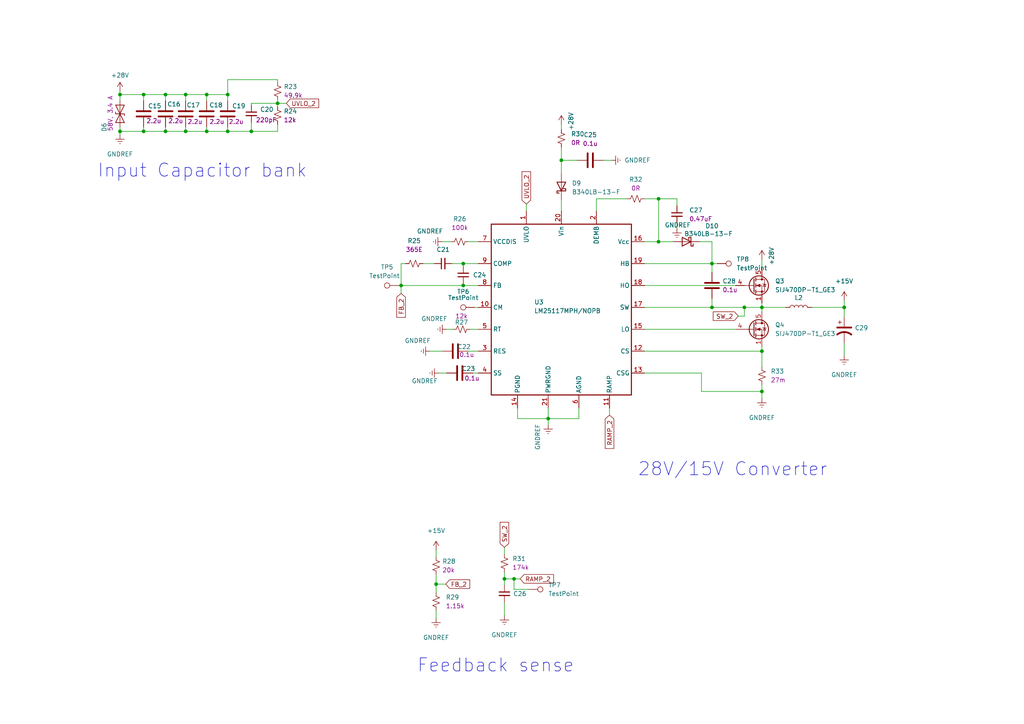
<source format=kicad_sch>
(kicad_sch (version 20211123) (generator eeschema)
  (paper "A4")
  (title_block (title "CON0100") (date "2023-01-12") (rev "V1.0") (company "Ati motors Pvt Ltd") (comment 1 "Aslesh Kumar A") (comment 2 "Designed By ") (comment 3 "Sudhir P") (comment 4 "Reviewed By") (comment 5 "Naveen ") (comment 6 "Approved by"))
  (lib_symbols
    (symbol "Ati:C_0.22uF_RAD_50V_20%" (pin_numbers hide) (pin_names (offset 0.254) hide)
      (property "Reference" "C" (at 0.635 2.54 0))
      (symbol "C_0.22uF_RAD_50V_20%_0_1"
        (polyline (pts (xy -2.032 0.762) (xy 2.032 0.762)) (stroke (width 0.508)))
        (polyline (pts (xy -1.778 2.286) (xy -0.762 2.286)))
        (polyline (pts (xy -1.27 1.778) (xy -1.27 2.794)))
        (arc (start 2.032 -1.27) (mid 0 -0.5572) (end -2.032 -1.27) (stroke (width 0.508)))
      )
      (symbol "C_0.22uF_RAD_50V_20%_1_1"
        (pin passive line (at 0 3.81 270) (length 2.794) (name "~") (number "1"))
        (pin passive line (at 0 -3.81 90) (length 3.302) (name "~") (number "2"))
      )
    )
    (symbol "Ati:C_0603_0.47uF_25V_CGA3E3X7R1E474K080AB" (pin_numbers hide) (pin_names (offset 0.254) hide)
      (property "Reference" "C" (at 0.254 1.778 0))
      (property "Val" "0.47uF" (at 0 0 0))
      (symbol "C_0603_0.47uF_25V_CGA3E3X7R1E474K080AB_0_1"
        (polyline (pts (xy -1.524 -0.508) (xy 1.524 -0.508)) (stroke (width 0.3302)))
        (polyline (pts (xy -1.524 0.508) (xy 1.524 0.508)) (stroke (width 0.3048)))
      )
      (symbol "C_0603_0.47uF_25V_CGA3E3X7R1E474K080AB_1_1"
        (pin passive line (at 0 2.54 270) (length 2.032) (name "~") (number "1"))
        (pin passive line (at 0 -2.54 90) (length 2.032) (name "~") (number "2"))
      )
    )
    (symbol "Ati:C_0603_220pF_50V_ECJ-1VC1H221J" (pin_numbers hide) (pin_names (offset 0.254) hide)
      (property "Reference" "C" (at 0.254 1.778 0))
      (property "Val" "220pF" (at 0 0 0))
      (symbol "C_0603_220pF_50V_ECJ-1VC1H221J_0_1"
        (polyline (pts (xy -1.524 -0.508) (xy 1.524 -0.508)) (stroke (width 0.3302)))
        (polyline (pts (xy -1.524 0.508) (xy 1.524 0.508)) (stroke (width 0.3048)))
      )
      (symbol "C_0603_220pF_50V_ECJ-1VC1H221J_1_1"
        (pin passive line (at 0 2.54 270) (length 2.032) (name "~") (number "1"))
        (pin passive line (at 0 -2.54 90) (length 2.032) (name "~") (number "2"))
      )
    )
    (symbol "Ati:C_150pF_0805_08055A151J4T4A" (pin_numbers hide) (pin_names (offset 0.254) hide)
      (property "Reference" "C" (at 0.254 1.778 0))
      (symbol "C_150pF_0805_08055A151J4T4A_0_1"
        (polyline (pts (xy -1.524 -0.508) (xy 1.524 -0.508)) (stroke (width 0.3302)))
        (polyline (pts (xy -1.524 0.508) (xy 1.524 0.508)) (stroke (width 0.3048)))
      )
      (symbol "C_150pF_0805_08055A151J4T4A_1_1"
        (pin passive line (at 0 2.54 270) (length 2.032) (name "~") (number "1"))
        (pin passive line (at 0 -2.54 90) (length 2.032) (name "~") (number "2"))
      )
    )
    (symbol "Ati:C_2.2u_1210_C1210F225K5RACAUTO" (pin_numbers hide) (pin_names (offset 0.254))
      (property "Reference" "C" (at 0.635 2.54 0))
      (property "Val" "2.2u" (at 5.08 0 0))
      (symbol "C_2.2u_1210_C1210F225K5RACAUTO_0_1"
        (polyline (pts (xy -2.032 -0.762) (xy 2.032 -0.762)) (stroke (width 0.508)))
        (polyline (pts (xy -2.032 0.762) (xy 2.032 0.762)) (stroke (width 0.508)))
      )
      (symbol "C_2.2u_1210_C1210F225K5RACAUTO_1_1"
        (pin passive line (at 0 3.81 270) (length 2.794) (name "~") (number "1"))
        (pin passive line (at 0 -3.81 90) (length 2.794) (name "~") (number "2"))
      )
    )
    (symbol "Ati:C_4700pF_0805_CL21C472JAFNNNE" (pin_numbers hide) (pin_names (offset 0.254) hide)
      (property "Reference" "C" (at 0.254 1.778 0))
      (symbol "C_4700pF_0805_CL21C472JAFNNNE_0_1"
        (polyline (pts (xy -1.524 -0.508) (xy 1.524 -0.508)) (stroke (width 0.3302)))
        (polyline (pts (xy -1.524 0.508) (xy 1.524 0.508)) (stroke (width 0.3048)))
      )
      (symbol "C_4700pF_0805_CL21C472JAFNNNE_1_1"
        (pin passive line (at 0 2.54 270) (length 2.032) (name "~") (number "1"))
        (pin passive line (at 0 -2.54 90) (length 2.032) (name "~") (number "2"))
      )
    )
    (symbol "Ati:C_820pF_0603_50V_GCM1885C1H821JA16D" (pin_numbers hide) (pin_names (offset 0.254) hide)
      (property "Reference" "C" (at 0.254 1.778 0))
      (symbol "C_820pF_0603_50V_GCM1885C1H821JA16D_0_1"
        (polyline (pts (xy -1.524 -0.508) (xy 1.524 -0.508)) (stroke (width 0.3302)))
        (polyline (pts (xy -1.524 0.508) (xy 1.524 0.508)) (stroke (width 0.3048)))
      )
      (symbol "C_820pF_0603_50V_GCM1885C1H821JA16D_1_1"
        (pin passive line (at 0 2.54 270) (length 2.032) (name "~") (number "1"))
        (pin passive line (at 0 -2.54 90) (length 2.032) (name "~") (number "2"))
      )
    )
    (symbol "Ati:L_33uH_3A_60mOhms_SMD_12.5mmx12.5mm" (pin_numbers hide) (pin_names (offset 1.016) hide)
      (property "Reference" "L" (at -1.27 0 90))
      (symbol "L_33uH_3A_60mOhms_SMD_12.5mmx12.5mm_0_1"
        (arc (start 0 -2.54) (mid 0.635 -1.905) (end 0 -1.27))
        (arc (start 0 -1.27) (mid 0.635 -0.635) (end 0 0))
        (arc (start 0 0) (mid 0.635 0.635) (end 0 1.27))
        (arc (start 0 1.27) (mid 0.635 1.905) (end 0 2.54))
      )
      (symbol "L_33uH_3A_60mOhms_SMD_12.5mmx12.5mm_1_1"
        (pin passive line (at 0 3.81 270) (length 1.27) (name "1") (number "1"))
        (pin passive line (at 0 -3.81 90) (length 1.27) (name "2") (number "2"))
      )
    )
    (symbol "Ati:R_0R_0603_ERJ-3GEY0R00V" (pin_numbers hide) (pin_names (offset 0.254) hide)
      (property "Reference" "R" (at 0.762 0.508 0))
      (property "Val" "0R" (at 2.54 0 0))
      (symbol "R_0R_0603_ERJ-3GEY0R00V_1_1"
        (polyline (pts (xy 0 0) (xy 1.016 -0.381) (xy 0 -0.762) (xy -1.016 -1.143) (xy 0 -1.524)))
        (polyline (pts (xy 0 1.524) (xy 1.016 1.143) (xy 0 0.762) (xy -1.016 0.381) (xy 0 0)))
        (pin passive line (at 0 2.54 270) (length 1.016) (name "~") (number "1"))
        (pin passive line (at 0 -2.54 90) (length 1.016) (name "~") (number "2"))
      )
    )
    (symbol "Ati:R_1.15k_0603_ERJ-3EKF1151V" (pin_numbers hide) (pin_names (offset 0.254) hide)
      (property "Reference" "R" (at -2.54 0 0))
      (property "Val" "1.15k" (at 2.54 0 0))
      (symbol "R_1.15k_0603_ERJ-3EKF1151V_1_1"
        (polyline (pts (xy 0 0) (xy 1.016 -0.381) (xy 0 -0.762) (xy -1.016 -1.143) (xy 0 -1.524)))
        (polyline (pts (xy 0 1.524) (xy 1.016 1.143) (xy 0 0.762) (xy -1.016 0.381) (xy 0 0)))
        (pin passive line (at 0 2.54 270) (length 1.016) (name "~") (number "1"))
        (pin passive line (at 0 -2.54 90) (length 1.016) (name "~") (number "2"))
      )
    )
    (symbol "Ati:R_100k_0603_1{slash}10W_CRGP0603F100K" (pin_numbers hide) (pin_names (offset 0.254) hide)
      (property "Reference" "R" (at -2.54 0 0))
      (property "Val" "100k" (at 2.54 0 0))
      (symbol "R_100k_0603_1{slash}10W_CRGP0603F100K_1_1"
        (polyline (pts (xy 0 0) (xy 1.016 -0.381) (xy 0 -0.762) (xy -1.016 -1.143) (xy 0 -1.524)))
        (polyline (pts (xy 0 1.524) (xy 1.016 1.143) (xy 0 0.762) (xy -1.016 0.381) (xy 0 0)))
        (pin passive line (at 0 2.54 270) (length 1.016) (name "~") (number "1"))
        (pin passive line (at 0 -2.54 90) (length 1.016) (name "~") (number "2"))
      )
    )
    (symbol "Ati:R_12k_0603_ERJ3EKF1202V" (pin_numbers hide) (pin_names (offset 0.254) hide)
      (property "Reference" "R" (at -2.54 0 0))
      (property "Val" "12k" (at 2.54 0 0))
      (symbol "R_12k_0603_ERJ3EKF1202V_1_1"
        (polyline (pts (xy 0 0) (xy 1.016 -0.381) (xy 0 -0.762) (xy -1.016 -1.143) (xy 0 -1.524)))
        (polyline (pts (xy 0 1.524) (xy 1.016 1.143) (xy 0 0.762) (xy -1.016 0.381) (xy 0 0)))
        (pin passive line (at 0 2.54 270) (length 1.016) (name "~") (number "1"))
        (pin passive line (at 0 -2.54 90) (length 1.016) (name "~") (number "2"))
      )
    )
    (symbol "Ati:R_174k_0603_ERJ-3EKF1743V" (pin_numbers hide) (pin_names (offset 0.254) hide)
      (property "Reference" "R" (at -2.54 0 0))
      (property "Val" "174k" (at 2.54 0 0))
      (symbol "R_174k_0603_ERJ-3EKF1743V_1_1"
        (polyline (pts (xy 0 0) (xy 1.016 -0.381) (xy 0 -0.762) (xy -1.016 -1.143) (xy 0 -1.524)))
        (polyline (pts (xy 0 1.524) (xy 1.016 1.143) (xy 0 0.762) (xy -1.016 0.381) (xy 0 0)))
        (pin passive line (at 0 2.54 270) (length 1.016) (name "~") (number "1"))
        (pin passive line (at 0 -2.54 90) (length 1.016) (name "~") (number "2"))
      )
    )
    (symbol "Ati:R_20k_0603_ERJ-3EKF2002V" (pin_numbers hide) (pin_names (offset 0.254) hide)
      (property "Reference" "R" (at -2.54 0 0))
      (property "Val" "20k" (at 2.54 0 0))
      (symbol "R_20k_0603_ERJ-3EKF2002V_1_1"
        (polyline (pts (xy 0 0) (xy 1.016 -0.381) (xy 0 -0.762) (xy -1.016 -1.143) (xy 0 -1.524)))
        (polyline (pts (xy 0 1.524) (xy 1.016 1.143) (xy 0 0.762) (xy -1.016 0.381) (xy 0 0)))
        (pin passive line (at 0 2.54 270) (length 1.016) (name "~") (number "1"))
        (pin passive line (at 0 -2.54 90) (length 1.016) (name "~") (number "2"))
      )
    )
    (symbol "Ati:R_27mOhms_0805_ERJ-6BWFR027V" (pin_numbers hide) (pin_names (offset 0.254) hide)
      (property "Reference" "R" (at 0.762 0.508 0))
      (property "Val" "27m" (at 2.54 0 0))
      (symbol "R_27mOhms_0805_ERJ-6BWFR027V_1_1"
        (polyline (pts (xy 0 0) (xy 1.016 -0.381) (xy 0 -0.762) (xy -1.016 -1.143) (xy 0 -1.524)))
        (polyline (pts (xy 0 1.524) (xy 1.016 1.143) (xy 0 0.762) (xy -1.016 0.381) (xy 0 0)))
        (pin passive line (at 0 2.54 270) (length 1.016) (name "~") (number "1"))
        (pin passive line (at 0 -2.54 90) (length 1.016) (name "~") (number "2"))
      )
    )
    (symbol "Ati:R_365R_0603_ERA-3AEB3650V" (pin_numbers hide) (pin_names (offset 0.254) hide)
      (property "Reference" "R" (at -2.54 0 0))
      (property "Val" "365E" (at 2.54 0 0))
      (symbol "R_365R_0603_ERA-3AEB3650V_1_1"
        (polyline (pts (xy 0 0) (xy 1.016 -0.381) (xy 0 -0.762) (xy -1.016 -1.143) (xy 0 -1.524)))
        (polyline (pts (xy 0 1.524) (xy 1.016 1.143) (xy 0 0.762) (xy -1.016 0.381) (xy 0 0)))
        (pin passive line (at 0 2.54 270) (length 1.016) (name "~") (number "1"))
        (pin passive line (at 0 -2.54 90) (length 1.016) (name "~") (number "2"))
      )
    )
    (symbol "Ati:R_49.9k_0603_ERJ3EKF4992V" (pin_numbers hide) (pin_names (offset 0.254) hide)
      (property "Reference" "R" (at -2.54 0 0))
      (property "Val" "49.9k" (at 2.54 0 0))
      (symbol "R_49.9k_0603_ERJ3EKF4992V_1_1"
        (polyline (pts (xy 0 0) (xy 1.016 -0.381) (xy 0 -0.762) (xy -1.016 -1.143) (xy 0 -1.524)))
        (polyline (pts (xy 0 1.524) (xy 1.016 1.143) (xy 0 0.762) (xy -1.016 0.381) (xy 0 0)))
        (pin passive line (at 0 2.54 270) (length 1.016) (name "~") (number "1"))
        (pin passive line (at 0 -2.54 90) (length 1.016) (name "~") (number "2"))
      )
    )
    (symbol "Ati:SIJ470DP-T1_GE3" (pin_names hide)
      (property "Reference" "Q" (at 5.08 1.905 0))
      (property "Value" "SIJ470DP-T1_GE3" (at 5.08 0 0))
      (symbol "SIJ470DP-T1_GE3_0_1"
        (polyline (pts (xy 0.254 0) (xy -2.54 0)))
        (polyline (pts (xy 0.254 1.905) (xy 0.254 -1.905)) (stroke (width 0.254)))
        (polyline (pts (xy 0.762 -1.27) (xy 0.762 -2.286)) (stroke (width 0.254)))
        (polyline (pts (xy 0.762 0.508) (xy 0.762 -0.508)) (stroke (width 0.254)))
        (polyline (pts (xy 0.762 2.286) (xy 0.762 1.27)) (stroke (width 0.254)))
        (polyline (pts (xy 2.54 2.54) (xy 2.54 1.778)))
        (polyline (pts (xy 2.54 -2.54) (xy 2.54 0) (xy 0.762 0)))
        (polyline (pts (xy 0.762 -1.778) (xy 3.302 -1.778) (xy 3.302 1.778) (xy 0.762 1.778)))
        (polyline (pts (xy 1.016 0) (xy 2.032 0.381) (xy 2.032 -0.381) (xy 1.016 0)) (fill (type outline)))
        (polyline (pts (xy 2.794 0.508) (xy 2.921 0.381) (xy 3.683 0.381) (xy 3.81 0.254)))
        (polyline (pts (xy 3.302 0.381) (xy 2.921 -0.254) (xy 3.683 -0.254) (xy 3.302 0.381)))
        (circle (center 1.651 0) (radius 2.794) (stroke (width 0.254)))
        (circle (center 2.54 -1.778) (radius 0.254) (fill (type outline)))
        (circle (center 2.54 1.778) (radius 0.254) (fill (type outline)))
      )
      (symbol "SIJ470DP-T1_GE3_1_1"
        (pin passive line (at 2.54 -5.08 90) (length 2.54) (name "S") (number "1"))
        (pin passive line (at 2.54 -5.08 90) (length 2.54) hide (name "S") (number "2"))
        (pin passive line (at 2.54 -5.08 90) (length 2.54) hide (name "S") (number "3"))
        (pin input line (at -5.08 0 0) (length 2.54) (name "G") (number "4"))
        (pin passive line (at 2.54 5.08 270) (length 2.54) (name "D") (number "5"))
      )
    )
    (symbol "Ati_Anand:C_0603_0.1u_50V_C0603C104K5RACAUTO" (pin_numbers hide) (pin_names (offset 0.254))
      (property "Reference" "C" (at 0.635 2.54 0))
      (property "Val" "0.1u" (at 5.08 0 0))
      (symbol "C_0603_0.1u_50V_C0603C104K5RACAUTO_0_1"
        (polyline (pts (xy -2.032 -0.762) (xy 2.032 -0.762)) (stroke (width 0.508)))
        (polyline (pts (xy -2.032 0.762) (xy 2.032 0.762)) (stroke (width 0.508)))
      )
      (symbol "C_0603_0.1u_50V_C0603C104K5RACAUTO_1_1"
        (pin passive line (at 0 3.81 270) (length 2.794) (name "~") (number "1"))
        (pin passive line (at 0 -3.81 90) (length 2.794) (name "~") (number "2"))
      )
    )
    (symbol "Ati_Anand:D_TVS_58.1V_ATV02W360B-HF" (pin_numbers hide) (pin_names (offset 1.016) hide)
      (property "Reference" "D" (at 0 2.54 0))
      (property "Val" "58V, 3.4 A" (at 0 0 0))
      (symbol "D_TVS_58.1V_ATV02W360B-HF_0_1"
        (polyline (pts (xy 1.27 0) (xy -1.27 0)))
        (polyline (pts (xy -2.54 -1.27) (xy 0 0) (xy -2.54 1.27) (xy -2.54 -1.27)) (stroke (width 0.2032)))
        (polyline (pts (xy 0.508 1.27) (xy 0 1.27) (xy 0 -1.27) (xy -0.508 -1.27)) (stroke (width 0.2032)))
        (polyline (pts (xy 2.54 1.27) (xy 2.54 -1.27) (xy 0 0) (xy 2.54 1.27)) (stroke (width 0.2032)))
      )
      (symbol "D_TVS_58.1V_ATV02W360B-HF_1_1"
        (pin passive line (at -3.81 0 0) (length 2.54) (name "A1") (number "1"))
        (pin passive line (at 3.81 0 180) (length 2.54) (name "A2") (number "2"))
      )
    )
    (symbol "Connector:TestPoint" (pin_numbers hide) (pin_names (offset 0.762) hide)
      (property "Reference" "TP" (at 0 6.858 0))
      (property "Value" "TestPoint" (at 0 5.08 0))
      (symbol "TestPoint_0_1"
        (circle (center 0 3.302) (radius 0.762))
      )
      (symbol "TestPoint_1_1"
        (pin passive line (at 0 0 90) (length 2.54) (name "1") (number "1"))
      )
    )
    (symbol "Diode:B340" (pin_numbers hide) (pin_names (offset 1.016) hide)
      (property "Reference" "D" (at 0 2.54 0))
      (property "Value" "B340" (at 0 -2.54 0))
      (symbol "B340_0_1"
        (polyline (pts (xy 1.27 0) (xy -1.27 0)))
        (polyline (pts (xy 1.27 1.27) (xy 1.27 -1.27) (xy -1.27 0) (xy 1.27 1.27)) (stroke (width 0.254)))
        (polyline (pts (xy -1.905 0.635) (xy -1.905 1.27) (xy -1.27 1.27) (xy -1.27 -1.27) (xy -0.635 -1.27) (xy -0.635 -0.635)) (stroke (width 0.254)))
      )
      (symbol "B340_1_1"
        (pin passive line (at -3.81 0 0) (length 2.54) (name "K") (number "1"))
        (pin passive line (at 3.81 0 180) (length 2.54) (name "A") (number "2"))
      )
    )
    (symbol "LM25117PMH{slash}NOPB:LM25117"
      (property "Reference" "U" (at 0 24.13 0))
      (property "Value" "LM25117" (at 0 26.67 0))
      (symbol "LM25117_0_1"
        (rectangle (start -20.32 49.53) (end 20.32 0) (stroke (width 0.3)))
      )
      (symbol "LM25117_1_1"
        (pin input line (at -10.16 53.34 270) (length 3.8) (name "UVLO") (number "1"))
        (pin input line (at -24.13 25.4 0) (length 3.8) (name "CM") (number "10"))
        (pin input line (at 13.97 -3.81 90) (length 3.8) (name "RAMP") (number "11"))
        (pin input line (at 24.13 12.7 180) (length 3.8) (name "CS") (number "12"))
        (pin input line (at 24.13 6.35 180) (length 3.8) (name "CSG") (number "13"))
        (pin input line (at -12.7 -3.81 90) (length 3.8) (name "PGND") (number "14"))
        (pin input line (at 24.13 19.05 180) (length 3.8) (name "LO") (number "15"))
        (pin input line (at 24.13 44.45 180) (length 3.8) (name "Vcc") (number "16"))
        (pin input line (at 24.13 25.4 180) (length 3.8) (name "SW") (number "17"))
        (pin input line (at 24.13 31.75 180) (length 3.8) (name "HO") (number "18"))
        (pin input line (at 24.13 38.1 180) (length 3.8) (name "HB") (number "19"))
        (pin input line (at 10.16 53.34 270) (length 3.8) (name "DEMB") (number "2"))
        (pin input line (at 0 53.34 270) (length 3.8) (name "Vin") (number "20"))
        (pin input line (at -3.81 -3.81 90) (length 3.8) (name "PWRGND") (number "21"))
        (pin input line (at -24.13 12.7 0) (length 3.8) (name "RES") (number "3"))
        (pin input line (at -24.13 6.35 0) (length 3.8) (name "SS") (number "4"))
        (pin input line (at -24.13 19.05 0) (length 3.8) (name "RT") (number "5"))
        (pin input line (at 5.08 -3.81 90) (length 3.8) (name "AGND") (number "6"))
        (pin input line (at -24.13 44.45 0) (length 3.8) (name "VCCDIS") (number "7"))
        (pin input line (at -24.13 31.75 0) (length 3.8) (name "FB") (number "8"))
        (pin input line (at -24.13 38.1 0) (length 3.8) (name "COMP") (number "9"))
      )
    )
    (symbol "power:+15V" (power) (pin_names (offset 0))
      (property "Value" "+15V" (at 0 3.556 0))
      (symbol "+15V_0_1"
        (polyline (pts (xy -0.762 1.27) (xy 0 2.54)))
        (polyline (pts (xy 0 0) (xy 0 2.54)))
        (polyline (pts (xy 0 2.54) (xy 0.762 1.27)))
      )
      (symbol "+15V_1_1"
        (pin power_in line (at 0 0 90) (length 0) hide (name "+15V") (number "1"))
      )
    )
    (symbol "power:+28V" (power) (pin_names (offset 0))
      (property "Value" "+28V" (at 0 3.81 0))
      (symbol "+28V_0_1"
        (polyline (pts (xy -0.762 1.27) (xy 0 2.54)))
        (polyline (pts (xy 0 0) (xy 0 2.54)))
        (polyline (pts (xy 0 2.54) (xy 0.762 1.27)))
      )
      (symbol "+28V_1_1"
        (pin power_in line (at 0 0 90) (length 0) hide (name "+28V") (number "1"))
      )
    )
    (symbol "power:GNDREF" (power) (pin_names (offset 0))
      (property "Value" "GNDREF" (at 0 -3.81 0))
      (symbol "GNDREF_0_1"
        (polyline (pts (xy -0.635 -1.905) (xy 0.635 -1.905)))
        (polyline (pts (xy -0.127 -2.54) (xy 0.127 -2.54)))
        (polyline (pts (xy 0 -1.27) (xy 0 0)))
        (polyline (pts (xy 1.27 -1.27) (xy -1.27 -1.27)))
      )
      (symbol "GNDREF_1_1"
        (pin power_in line (at 0 0 270) (length 0) hide (name "GNDREF") (number "1"))
      )
    )
  )
  (junction (at 53.848 27.432))
  (junction (at 244.856 89.154))
  (junction (at 41.656 27.432))
  (junction (at 149.098 167.894))
  (junction (at 191.008 57.658))
  (junction (at 220.98 89.154))
  (junction (at 134.366 76.454))
  (junction (at 206.502 89.154))
  (junction (at 215.9 89.154))
  (junction (at 80.518 29.972))
  (junction (at 146.304 167.894))
  (junction (at 66.04 38.1))
  (junction (at 48.006 27.432))
  (junction (at 134.366 82.804))
  (junction (at 34.798 27.432))
  (junction (at 220.98 113.538))
  (junction (at 191.008 70.104))
  (junction (at 162.814 46.482))
  (junction (at 220.98 101.854))
  (junction (at 126.492 169.418))
  (junction (at 116.332 82.804))
  (junction (at 53.848 38.1))
  (junction (at 34.798 38.1))
  (junction (at 66.04 27.432))
  (junction (at 41.656 38.1))
  (junction (at 48.006 38.1))
  (junction (at 59.944 38.1))
  (junction (at 206.502 76.454))
  (junction (at 59.944 27.432))
  (junction (at 159.004 121.412))
  (junction (at 72.898 38.1))
  (wire (pts (xy 186.944 108.204) (xy 203.454 108.204)))
  (wire (pts (xy 162.814 57.912) (xy 162.814 61.214)))
  (wire (pts (xy 66.04 36.83) (xy 66.04 38.1)))
  (wire (pts (xy 80.518 28.956) (xy 80.518 29.972)))
  (wire (pts (xy 196.342 57.658) (xy 191.008 57.658)))
  (wire (pts (xy 59.944 38.1) (xy 53.848 38.1)))
  (wire (pts (xy 34.798 36.83) (xy 34.798 38.1)))
  (wire (pts (xy 59.944 27.432) (xy 66.04 27.432)))
  (wire (pts (xy 72.898 38.1) (xy 66.04 38.1)))
  (wire (pts (xy 134.366 82.296) (xy 134.366 82.804)))
  (wire (pts (xy 146.304 167.894) (xy 146.304 169.672)))
  (wire (pts (xy 149.098 167.894) (xy 146.304 167.894)))
  (wire (pts (xy 115.57 82.804) (xy 116.332 82.804)))
  (wire (pts (xy 203.454 113.538) (xy 220.98 113.538)))
  (wire (pts (xy 41.656 36.83) (xy 41.656 38.1)))
  (wire (pts (xy 134.366 77.216) (xy 134.366 76.454)))
  (wire (pts (xy 162.814 46.482) (xy 162.814 50.292)))
  (wire (pts (xy 206.502 70.104) (xy 202.946 70.104)))
  (wire (pts (xy 128.27 70.104) (xy 130.81 70.104)))
  (wire (pts (xy 244.856 99.568) (xy 244.856 103.124)))
  (wire (pts (xy 186.944 82.804) (xy 213.36 82.804)))
  (wire (pts (xy 48.006 38.1) (xy 41.656 38.1)))
  (wire (pts (xy 80.518 36.068) (xy 80.518 38.1)))
  (wire (pts (xy 48.006 29.21) (xy 48.006 27.432)))
  (wire (pts (xy 150.114 121.412) (xy 159.004 121.412)))
  (wire (pts (xy 117.602 76.454) (xy 116.332 76.454)))
  (wire (pts (xy 116.332 82.804) (xy 134.366 82.804)))
  (wire (pts (xy 72.898 35.56) (xy 72.898 38.1)))
  (wire (pts (xy 80.518 23.876) (xy 80.518 23.114)))
  (wire (pts (xy 126.492 159.512) (xy 126.492 161.544)))
  (wire (pts (xy 126.492 177.038) (xy 126.492 179.324)))
  (wire (pts (xy 220.98 89.154) (xy 227.838 89.154)))
  (wire (pts (xy 136.398 95.504) (xy 138.684 95.504)))
  (wire (pts (xy 206.502 76.454) (xy 208.026 76.454)))
  (wire (pts (xy 176.784 118.364) (xy 176.784 120.396)))
  (wire (pts (xy 66.04 27.432) (xy 66.04 29.21)))
  (wire (pts (xy 134.366 76.454) (xy 138.684 76.454)))
  (wire (pts (xy 80.518 38.1) (xy 72.898 38.1)))
  (wire (pts (xy 59.944 27.432) (xy 59.944 29.21)))
  (wire (pts (xy 126.492 166.624) (xy 126.492 169.418)))
  (wire (pts (xy 206.502 76.454) (xy 206.502 70.104)))
  (wire (pts (xy 137.668 89.154) (xy 138.684 89.154)))
  (wire (pts (xy 152.654 59.182) (xy 152.654 61.214)))
  (wire (pts (xy 186.944 57.658) (xy 191.008 57.658)))
  (wire (pts (xy 129.54 95.504) (xy 131.318 95.504)))
  (wire (pts (xy 72.898 29.972) (xy 80.518 29.972)))
  (wire (pts (xy 150.114 118.364) (xy 150.114 121.412)))
  (wire (pts (xy 196.342 59.69) (xy 196.342 57.658)))
  (wire (pts (xy 235.458 89.154) (xy 244.856 89.154)))
  (wire (pts (xy 137.16 108.204) (xy 138.684 108.204)))
  (wire (pts (xy 186.944 101.854) (xy 220.98 101.854)))
  (wire (pts (xy 244.856 87.122) (xy 244.856 89.154)))
  (wire (pts (xy 146.304 165.862) (xy 146.304 167.894)))
  (wire (pts (xy 162.814 42.672) (xy 162.814 46.482)))
  (wire (pts (xy 206.502 76.454) (xy 206.502 78.994)))
  (wire (pts (xy 215.9 89.154) (xy 220.98 89.154)))
  (wire (pts (xy 59.944 36.83) (xy 59.944 38.1)))
  (wire (pts (xy 162.814 36.068) (xy 162.814 37.592)))
  (wire (pts (xy 150.876 167.894) (xy 149.098 167.894)))
  (wire (pts (xy 80.518 23.114) (xy 66.04 23.114)))
  (wire (pts (xy 206.502 89.154) (xy 186.944 89.154)))
  (wire (pts (xy 220.98 113.538) (xy 220.98 115.57)))
  (wire (pts (xy 175.006 46.482) (xy 177.292 46.482)))
  (wire (pts (xy 196.342 64.77) (xy 196.342 66.294)))
  (wire (pts (xy 80.518 29.972) (xy 83.058 29.972)))
  (wire (pts (xy 220.98 101.854) (xy 220.98 106.426)))
  (wire (pts (xy 220.98 111.506) (xy 220.98 113.538)))
  (wire (pts (xy 214.122 91.694) (xy 215.9 91.694)))
  (wire (pts (xy 122.682 76.454) (xy 125.984 76.454)))
  (wire (pts (xy 206.502 86.614) (xy 206.502 89.154)))
  (wire (pts (xy 135.89 70.104) (xy 138.684 70.104)))
  (wire (pts (xy 124.714 101.854) (xy 128.27 101.854)))
  (wire (pts (xy 116.332 76.454) (xy 116.332 82.804)))
  (wire (pts (xy 149.098 170.942) (xy 149.098 167.894)))
  (wire (pts (xy 146.304 158.75) (xy 146.304 160.782)))
  (wire (pts (xy 41.656 38.1) (xy 34.798 38.1)))
  (wire (pts (xy 72.898 30.48) (xy 72.898 29.972)))
  (wire (pts (xy 34.798 38.1) (xy 34.798 39.116)))
  (wire (pts (xy 159.004 118.364) (xy 159.004 121.412)))
  (wire (pts (xy 53.848 38.1) (xy 48.006 38.1)))
  (wire (pts (xy 191.008 57.658) (xy 191.008 70.104)))
  (wire (pts (xy 48.006 27.432) (xy 53.848 27.432)))
  (wire (pts (xy 135.89 101.854) (xy 138.684 101.854)))
  (wire (pts (xy 146.304 174.752) (xy 146.304 178.562)))
  (wire (pts (xy 162.814 46.482) (xy 167.386 46.482)))
  (wire (pts (xy 41.656 29.21) (xy 41.656 27.432)))
  (wire (pts (xy 220.98 101.854) (xy 220.98 100.584)))
  (wire (pts (xy 220.98 87.884) (xy 220.98 89.154)))
  (wire (pts (xy 172.974 57.658) (xy 181.864 57.658)))
  (wire (pts (xy 153.416 170.942) (xy 149.098 170.942)))
  (wire (pts (xy 220.98 89.154) (xy 220.98 90.424)))
  (wire (pts (xy 66.04 23.114) (xy 66.04 27.432)))
  (wire (pts (xy 186.944 76.454) (xy 206.502 76.454)))
  (wire (pts (xy 48.006 36.83) (xy 48.006 38.1)))
  (wire (pts (xy 53.848 36.83) (xy 53.848 38.1)))
  (wire (pts (xy 48.006 27.432) (xy 41.656 27.432)))
  (wire (pts (xy 53.848 27.432) (xy 59.944 27.432)))
  (wire (pts (xy 134.366 82.804) (xy 138.684 82.804)))
  (wire (pts (xy 191.008 70.104) (xy 195.326 70.104)))
  (wire (pts (xy 127.254 108.204) (xy 129.54 108.204)))
  (wire (pts (xy 244.856 89.154) (xy 244.856 91.948)))
  (wire (pts (xy 167.894 118.364) (xy 167.894 121.412)))
  (wire (pts (xy 203.454 108.204) (xy 203.454 113.538)))
  (wire (pts (xy 131.064 76.454) (xy 134.366 76.454)))
  (wire (pts (xy 34.798 27.432) (xy 34.798 26.416)))
  (wire (pts (xy 167.894 121.412) (xy 159.004 121.412)))
  (wire (pts (xy 66.04 38.1) (xy 59.944 38.1)))
  (wire (pts (xy 172.974 61.214) (xy 172.974 57.658)))
  (wire (pts (xy 186.944 95.504) (xy 213.36 95.504)))
  (wire (pts (xy 80.518 29.972) (xy 80.518 30.988)))
  (wire (pts (xy 41.656 27.432) (xy 34.798 27.432)))
  (wire (pts (xy 126.492 169.418) (xy 126.492 171.958)))
  (wire (pts (xy 159.004 121.412) (xy 159.004 123.19)))
  (wire (pts (xy 220.98 75.184) (xy 220.98 77.724)))
  (wire (pts (xy 116.332 82.804) (xy 116.332 85.09)))
  (wire (pts (xy 215.9 91.694) (xy 215.9 89.154)))
  (wire (pts (xy 186.944 70.104) (xy 191.008 70.104)))
  (wire (pts (xy 126.492 169.418) (xy 129.286 169.418)))
  (wire (pts (xy 206.502 89.154) (xy 215.9 89.154)))
  (wire (pts (xy 53.848 27.432) (xy 53.848 29.21)))
  (wire (pts (xy 34.798 27.432) (xy 34.798 29.21)))
  (text "28V/15V Converter" (at 184.912 138.43 0) (effects (font (size 3.81 3.81)) (justify left bottom)))
  (text "Feedback sense" (at 120.904 195.326 0) (effects (font (size 3.81 3.81)) (justify left bottom)))
  (text "Input Capacitor bank" (at 28.194 51.816 0) (effects (font (size 3.81 3.81)) (justify left bottom)))
  (global_label "SW_2" (shape input) (at 146.304 158.75 90) (property "Intersheet References" "${INTERSHEET_REFS}" (effects hide)))
  (global_label "FB_2" (shape input) (at 129.286 169.418 0) (property "Intersheet References" "${INTERSHEET_REFS}" (effects hide)))
  (global_label "UVLO_2" (shape input) (at 152.654 59.182 90) (property "Intersheet References" "${INTERSHEET_REFS}" (effects hide)))
  (global_label "RAMP_2" (shape input) (at 150.876 167.894 0) (property "Intersheet References" "${INTERSHEET_REFS}" (effects hide)))
  (global_label "SW_2" (shape input) (at 214.122 91.694 180) (property "Intersheet References" "${INTERSHEET_REFS}" (effects hide)))
  (global_label "RAMP_2" (shape input) (at 176.784 120.396 270) (property "Intersheet References" "${INTERSHEET_REFS}" (effects hide)))
  (global_label "FB_2" (shape input) (at 116.332 85.09 270) (property "Intersheet References" "${INTERSHEET_REFS}" (effects hide)))
  (global_label "UVLO_2" (shape input) (at 83.058 29.972 0) (property "Intersheet References" "${INTERSHEET_REFS}" (effects hide)))
  (symbol (lib_id "power:GNDREF") (at 177.292 46.482 90) (unit 1)
    (property "Reference" "#PWR053" (effects hide))
    (property "Value" "GNDREF" (at 181.102 46.4819 90) (effects (justify right)))
  )
  (symbol (lib_id "Ati:C_0.22uF_RAD_50V_20%") (at 244.856 95.758 0) (unit 1)
    (property "Reference" "C29" (at 247.904 95.1229 0) (effects (justify left)))
    (property "Value" "C_0.22uF_RAD_50V_20%" (effects hide))
    (property "Footprint" "Capacitor_SMD:C_Elec_4x5.4" (effects hide))
    (property "Datasheet" "https://www.nichicon.co.jp/english/products/pdfs/e-uwp.pdf" (effects hide))
    (property "Val" "0.22uF, 50V, 20%" (effects hide))
    (property "MPN" "UWP1HR22MCL1GB" (effects hide))
  )
  (symbol (lib_id "Ati:R_174k_0603_ERJ-3EKF1743V") (at 146.304 163.322 0) (unit 1)
    (property "Reference" "R31" (at 148.59 162.0519 0) (effects (justify left)))
    (property "Value" "R_174k_0603_ERJ-3EKF1743V" (effects hide))
    (property "Footprint" "Resistor_SMD:R_0603_1608Metric_Pad0.98x0.95mm_HandSolder" (effects hide))
    (property "Package" "0603" (effects hide))
    (property "MPN" "ERJ-3EKF1743V" (effects hide))
    (property "Manufacturer" "Panasonic" (effects hide))
    (property "Val" "174k" (at 148.59 164.5919 0) (effects (justify left)))
  )
  (symbol (lib_id "Ati:R_1.15k_0603_ERJ-3EKF1151V") (at 126.492 174.498 0) (unit 1)
    (property "Reference" "R29" (at 129.286 173.2279 0) (effects (justify left)))
    (property "Value" "R_1.15k_0603_ERJ-3EKF1151V" (effects hide))
    (property "Footprint" "Resistor_SMD:R_0603_1608Metric_Pad0.98x0.95mm_HandSolder" (effects hide))
    (property "Package" "0603" (effects hide))
    (property "MPN" "ERJ-3EKF1151V" (effects hide))
    (property "Manufacturer" "Panasonic" (effects hide))
    (property "Val" "1.15k" (at 129.286 175.7679 0) (effects (justify left)))
  )
  (symbol (lib_id "Ati:R_365R_0603_ERA-3AEB3650V") (at 120.142 76.454 90) (unit 1)
    (property "Reference" "R25" (at 120.142 69.85 90))
    (property "Value" "R_365R_0603_ERA-3AEB3650V" (effects hide))
    (property "Footprint" "Resistor_SMD:R_0603_1608Metric_Pad0.98x0.95mm_HandSolder" (effects hide))
    (property "Package" "0603" (effects hide))
    (property "MPN" "3AEB3650V" (effects hide))
    (property "Manufacturer" "Panasonic - ECG" (effects hide))
    (property "Val" "365E" (at 120.142 72.39 90))
  )
  (symbol (lib_id "Ati:R_12k_0603_ERJ3EKF1202V") (at 133.858 95.504 90) (unit 1)
    (property "Reference" "R27" (at 133.858 93.472 90))
    (property "Value" "R_12k_0603_ERJ3EKF1202V" (effects hide))
    (property "Footprint" "Resistor_SMD:R_0603_1608Metric_Pad0.98x0.95mm_HandSolder" (effects hide))
    (property "Package" "0603" (effects hide))
    (property "MPN" "ERJ-3EKF1202V" (effects hide))
    (property "Manufacturer" "Panasonic" (effects hide))
    (property "Val" "12k" (at 133.858 91.694 90))
    (property "APN" "RMCF0603FT12K0" (effects hide))
  )
  (symbol (lib_id "Ati:C_0603_0.47uF_25V_CGA3E3X7R1E474K080AB") (at 196.342 62.23 0) (unit 1)
    (property "Reference" "C27" (at 199.898 60.9662 0) (effects (justify left)))
    (property "Value" "C_0603_0.47uF_25V_CGA3E3X7R1E474K080AB" (effects hide))
    (property "Footprint" "Capacitor_SMD:C_0603_1608Metric_Pad1.08x0.95mm_HandSolder" (effects hide))
    (property "MPN" "CGA3E3X7R1E474K080AB" (effects hide))
    (property "Val" "0.47uF" (at 199.898 63.5062 0) (effects (justify left)))
    (property "APN" "GCM188R71E474KA64D" (effects hide))
  )
  (symbol (lib_id "power:+15V") (at 126.492 159.512 0) (unit 1)
    (property "Reference" "#PWR050" (effects hide))
    (property "Value" "+15V" (at 126.492 153.924 0))
  )
  (symbol (lib_id "Connector:TestPoint") (at 137.668 89.154 90) (unit 1)
    (property "Reference" "TP6" (at 134.366 84.582 90))
    (property "Value" "TestPoint" (at 134.366 86.36 90))
    (property "Footprint" "TestPoint:TestPoint_Pad_D1.0mm" (effects hide))
  )
  (symbol (lib_id "Ati:C_4700pF_0805_CL21C472JAFNNNE") (at 128.524 76.454 90) (unit 1)
    (property "Reference" "C21" (at 128.5303 72.39 90))
    (property "Value" "C_4700pF_0805_CL21C472JAFNNNE" (effects hide))
    (property "Footprint" "Capacitor_SMD:C_0805_2012Metric_Pad1.18x1.45mm_HandSolder" (effects hide))
    (property "MPN" "CL21C472JAFNNNE" (effects hide))
    (property "Manufacturer" "Samsung" (effects hide))
    (property "Val" "4700pF_0805_25V_5%" (effects hide))
    (property "APN" "08053A472JAT2A" (effects hide))
  )
  (symbol (lib_id "power:+28V") (at 34.798 26.416 0) (unit 1)
    (property "Reference" "#PWR033" (effects hide))
    (property "Value" "+28V" (at 34.798 21.844 0))
  )
  (symbol (lib_id "Ati:C_2.2u_1210_C1210F225K5RACAUTO") (at 53.848 33.02 0) (unit 1)
    (property "Reference" "C17" (at 54.102 30.48 0) (effects (justify left)))
    (property "Value" "C_2.2u_1210_C1210F225K5RACAUTO" (effects hide))
    (property "Footprint" "Capacitor_SMD:C_1210_3225Metric_Pad1.33x2.70mm_HandSolder" (effects hide))
    (property "Datasheet" "https://www.digikey.in/en/products/detail/samsung-electro-mechanics/CL31B475KAHNNNE/3886713?s=N4IgTCBcDaIMIBkDMBGAQgFgOwFYDSAggBIByZAoiALoC%2BQA" (effects hide))
    (property "MPN" "C1210F225K5RACAUTO" (effects hide))
    (property "Val" "2.2u" (at 54.356 35.306 0) (effects (justify left)))
    (property "Manufacturer" "Samsung Electro-Mechanics" (effects hide))
  )
  (symbol (lib_id "Ati:R_12k_0603_ERJ3EKF1202V") (at 80.518 33.528 0) (unit 1)
    (property "Reference" "R24" (at 82.296 32.2579 0) (effects (justify left)))
    (property "Value" "R_12k_0603_ERJ3EKF1202V" (effects hide))
    (property "Footprint" "Resistor_SMD:R_0603_1608Metric_Pad0.98x0.95mm_HandSolder" (effects hide))
    (property "Package" "0603" (effects hide))
    (property "MPN" "ERJ-3EKF1202V" (effects hide))
    (property "Manufacturer" "Panasonic" (effects hide))
    (property "Val" "12k" (at 82.296 34.7979 0) (effects (justify left)))
    (property "APN" "RMCF0603FT12K0" (effects hide))
  )
  (symbol (lib_id "Ati:R_20k_0603_ERJ-3EKF2002V") (at 126.492 164.084 0) (unit 1)
    (property "Reference" "R28" (at 128.27 162.8139 0) (effects (justify left)))
    (property "Value" "R_20k_0603_ERJ-3EKF2002V" (effects hide))
    (property "Footprint" "Resistor_SMD:R_0603_1608Metric_Pad0.98x0.95mm_HandSolder" (effects hide))
    (property "Package" "0603" (effects hide))
    (property "MPN" "ERJ-3EKF2002V" (effects hide))
    (property "Manufacturer" "Panasonic" (effects hide))
    (property "Val" "20k" (at 128.27 165.3539 0) (effects (justify left)))
  )
  (symbol (lib_id "Ati:C_150pF_0805_08055A151J4T4A") (at 134.366 79.756 180) (unit 1)
    (property "Reference" "C24" (at 137.16 79.7495 0) (effects (justify right)))
    (property "Value" "C_150pF_0805_08055A151J4T4A" (effects hide))
    (property "Footprint" "Capacitor_SMD:C_0805_2012Metric_Pad1.18x1.45mm_HandSolder" (effects hide))
    (property "MPN" "08055A151J4T4A" (effects hide))
    (property "Manufacturer" "KEMET" (effects hide))
    (property "Val" "150pF_0805_50V_5%" (effects hide))
    (property "APN" "C0805C151J5GAC7800" (effects hide))
  )
  (symbol (lib_id "Diode:B340") (at 199.136 70.104 180) (unit 1)
    (property "Reference" "D10" (at 206.502 65.532 0))
    (property "Value" "B340LB-13-F" (at 205.486 67.818 0))
    (property "Footprint" "Diode_SMD:D_SMC" (effects hide))
    (property "Datasheet" "http://www.jameco.com/Jameco/Products/ProdDS/1538777.pdf" (effects hide))
    (property "Manufacturer" "Diodes Incorporated" (effects hide))
    (property "APN" "SSB44-E3/52T" (effects hide))
    (property "Val" "40 Vr, 3A, 0.45 Vf" (effects hide))
  )
  (symbol (lib_id "Ati:C_2.2u_1210_C1210F225K5RACAUTO") (at 48.006 33.02 0) (unit 1)
    (property "Reference" "C16" (at 48.514 30.226 0) (effects (justify left)))
    (property "Value" "C_2.2u_1210_C1210F225K5RACAUTO" (effects hide))
    (property "Footprint" "Capacitor_SMD:C_1210_3225Metric_Pad1.33x2.70mm_HandSolder" (effects hide))
    (property "Datasheet" "https://www.digikey.in/en/products/detail/samsung-electro-mechanics/CL31B475KAHNNNE/3886713?s=N4IgTCBcDaIMIBkDMBGAQgFgOwFYDSAggBIByZAoiALoC%2BQA" (effects hide))
    (property "MPN" "C1210F225K5RACAUTO" (effects hide))
    (property "Val" "2.2u" (at 48.768 35.052 0) (effects (justify left)))
    (property "Manufacturer" "Samsung Electro-Mechanics" (effects hide))
  )
  (symbol (lib_id "power:GNDREF") (at 126.492 179.324 0) (unit 1)
    (property "Reference" "#PWR051" (effects hide))
    (property "Value" "GNDREF" (at 126.492 184.912 0))
  )
  (symbol (lib_id "power:GNDREF") (at 146.304 178.562 0) (unit 1)
    (property "Reference" "#PWR054" (effects hide))
    (property "Value" "GNDREF" (at 146.304 184.15 0))
  )
  (symbol (lib_id "Diode:B340") (at 162.814 54.102 90) (unit 1)
    (property "Reference" "D9" (at 165.862 53.1494 90) (effects (justify right)))
    (property "Value" "B340LB-13-F" (at 165.862 55.6894 90) (effects (justify right)))
    (property "Footprint" "Diode_SMD:D_SMC" (effects hide))
    (property "Datasheet" "http://www.jameco.com/Jameco/Products/ProdDS/1538777.pdf" (effects hide))
    (property "Manufacturer" "Diodes Incorporated" (effects hide))
    (property "APN" "SSB44-E3/52T" (effects hide))
    (property "Val" "40 Vr, 3A, 0.45 Vf" (effects hide))
  )
  (symbol (lib_id "Ati:L_33uH_3A_60mOhms_SMD_12.5mmx12.5mm") (at 231.648 89.154 90) (unit 1)
    (property "Reference" "L2" (at 231.648 86.36 90))
    (property "Value" "L_33uH_3A_60mOhms_SMD_12.5mmx12.5mm" (effects hide))
    (property "Footprint" "Inductor_SMD:L_Bourns_SRR1260" (effects hide))
    (property "Datasheet" "https://www.bourns.com/docs/Product-Datasheets/SRP1265A.pdf" (effects hide))
    (property "MPN" "SRR1260-330M" (effects hide))
    (property "Manufacturer" "Bourns Inc" (effects hide))
    (property "Val" "33 uH" (effects hide))
  )
  (symbol (lib_id "Ati:C_2.2u_1210_C1210F225K5RACAUTO") (at 41.656 33.02 0) (unit 1)
    (property "Reference" "C15" (at 42.926 30.734 0) (effects (justify left)))
    (property "Value" "C_2.2u_1210_C1210F225K5RACAUTO" (effects hide))
    (property "Footprint" "Capacitor_SMD:C_1210_3225Metric_Pad1.33x2.70mm_HandSolder" (effects hide))
    (property "Datasheet" "https://www.digikey.in/en/products/detail/samsung-electro-mechanics/CL31B475KAHNNNE/3886713?s=N4IgTCBcDaIMIBkDMBGAQgFgOwFYDSAggBIByZAoiALoC%2BQA" (effects hide))
    (property "MPN" "C1210F225K5RACAUTO" (effects hide))
    (property "Val" "2.2u" (at 42.418 35.052 0) (effects (justify left)))
    (property "Manufacturer" "Samsung Electro-Mechanics" (effects hide))
  )
  (symbol (lib_id "power:GNDREF") (at 34.798 39.116 0) (unit 1)
    (property "Reference" "#PWR034" (effects hide))
    (property "Value" "GNDREF" (at 34.798 44.704 0))
  )
  (symbol (lib_id "Connector:TestPoint") (at 208.026 76.454 270) (unit 1)
    (property "Reference" "TP8" (at 213.614 75.1839 90) (effects (justify left)))
    (property "Value" "TestPoint" (at 213.614 77.7239 90) (effects (justify left)))
    (property "Footprint" "TestPoint:TestPoint_Pad_D1.0mm" (effects hide))
  )
  (symbol (lib_id "power:GNDREF") (at 129.54 95.504 270) (unit 1)
    (property "Reference" "#PWR048" (effects hide))
    (property "Value" "GNDREF" (at 125.984 92.456 90))
  )
  (symbol (lib_id "power:+15V") (at 244.856 87.122 0) (unit 1)
    (property "Reference" "#PWR035" (effects hide))
    (property "Value" "+15V" (at 244.856 81.534 0))
  )
  (symbol (lib_id "Ati:SIJ470DP-T1_GE3") (at 218.44 95.504 0) (unit 1)
    (property "Reference" "Q4" (at 224.79 94.2339 0) (effects (justify left)))
    (property "Value" "SIJ470DP-T1_GE3" (at 224.79 96.7739 0) (effects (justify left)))
    (property "Footprint" "Package_SO:PowerPAK_SO-8_Single" (effects hide))
    (property "Datasheet" "https://www.vishay.com/docs/73152/si7336adp.pdf" (effects hide))
    (property "Val" "100 Vds, 58.8A, POWERPAK_SO-8, Rdson - 9.1mOhm" (effects hide))
    (property "MPN" "SIJ470DP-T1_GE3" (effects hide))
    (property "APN" "SI7178DP-T1-GE3" (effects hide))
  )
  (symbol (lib_id "power:GNDREF") (at 124.714 101.854 270) (unit 1)
    (property "Reference" "#PWR045" (effects hide))
    (property "Value" "GNDREF" (at 121.158 98.806 90))
  )
  (symbol (lib_id "power:GNDREF") (at 159.004 123.19 0) (unit 1)
    (property "Reference" "#PWR049" (effects hide))
    (property "Value" "GNDREF" (at 155.956 126.746 90))
  )
  (symbol (lib_id "power:GNDREF") (at 196.342 66.294 0) (unit 1)
    (property "Reference" "#PWR055" (effects hide))
    (property "Value" "GNDREF" (at 196.596 65.278 0))
  )
  (symbol (lib_id "power:+28V") (at 220.98 75.184 0) (unit 1)
    (property "Reference" "#PWR056" (effects hide))
    (property "Value" "+28V" (at 223.774 71.628 90) (effects (justify right)))
  )
  (symbol (lib_id "power:GNDREF") (at 128.27 70.104 270) (unit 1)
    (property "Reference" "#PWR047" (effects hide))
    (property "Value" "GNDREF" (at 124.714 67.056 90))
  )
  (symbol (lib_id "Ati:R_27mOhms_0805_ERJ-6BWFR027V") (at 220.98 108.966 0) (unit 1)
    (property "Reference" "R33" (at 223.52 107.6959 0) (effects (justify left)))
    (property "Value" "R_27mOhms_0805_ERJ-6BWFR027V" (effects hide))
    (property "Footprint" "Resistor_SMD:R_0805_2012Metric_Pad1.20x1.40mm_HandSolder" (effects hide))
    (property "Datasheet" "https://www.digikey.in/en/products/detail/panasonic-electronic-components/ERJ-6BWFR027V/1466364?s=N4IgTCBcDaIKICUBSBaAbAIQOoDEEAYwB2ANRAF0BfIA" (effects hide))
    (property "MPN" "ERJ-6BWFR027V" (effects hide))
    (property "Val" "27m" (at 223.52 110.2359 0) (effects (justify left)))
    (property "Package" "0805" (effects hide))
  )
  (symbol (lib_id "Ati:C_0603_220pF_50V_ECJ-1VC1H221J") (at 72.898 33.02 0) (unit 1)
    (property "Reference" "C20" (at 75.438 31.7562 0) (effects (justify left)))
    (property "Value" "C_0603_220pF_50V_ECJ-1VC1H221J" (effects hide))
    (property "Footprint" "Capacitor_SMD:C_0603_1608Metric_Pad1.08x0.95mm_HandSolder" (effects hide))
    (property "MPN" "ECJ-1VC1H221J" (effects hide))
    (property "Val" "220pF" (at 74.168 34.798 0) (effects (justify left)))
    (property "APN" "CC0603JRNPO9BN221" (effects hide))
    (property "Specifications" "220pF, 50V, 5%, COG" (effects hide))
  )
  (symbol (lib_id "Ati:R_49.9k_0603_ERJ3EKF4992V") (at 80.518 26.416 0) (unit 1)
    (property "Reference" "R23" (at 82.296 25.1459 0) (effects (justify left)))
    (property "Package" "0603" (effects hide))
    (property "MPN" "ERJ-3EKF4992V" (effects hide))
    (property "Manufacturer" "Panasonic" (effects hide))
    (property "Val" "49.9k" (at 82.296 27.6859 0) (effects (justify left)))
  )
  (symbol (lib_id "Ati_Anand:C_0603_0.1u_50V_C0603C104K5RACAUTO") (at 132.08 101.854 90) (unit 1)
    (property "Reference" "C22" (at 134.62 100.584 90))
    (property "Value" "C_0603_0.1u_50V_C0603C104K5RACAUTO" (effects hide))
    (property "Footprint" "Capacitor_SMD:C_0603_1608Metric_Pad1.05x0.95mm_HandSolder" (effects hide))
    (property "Val" "0.1u" (at 135.382 102.87 90))
    (property "MPN" "C0603C104K5RACAUTO" (effects hide))
    (property "Voltage" "50V" (effects hide))
    (property "Package" "0603" (effects hide))
  )
  (symbol (lib_id "LM25117PMH{slash}NOPB:LM25117") (at 162.814 114.554 0) (unit 1)
    (property "Reference" "U3" (at 154.94 87.63 0) (effects (justify left)))
    (property "Value" "LM25117MPH/NOPB" (at 154.94 90.17 0) (effects (justify left)))
    (property "Footprint" "ATI:SOP65P640X110-21N" (effects hide))
  )
  (symbol (lib_id "Ati:R_100k_0603_1{slash}10W_CRGP0603F100K") (at 133.35 70.104 90) (unit 1)
    (property "Reference" "R26" (at 133.35 63.5 90))
    (property "Value" "R_100k_0603_1/10W_CRGP0603F100K" (effects hide))
    (property "Footprint" "Resistor_SMD:R_0603_1608Metric_Pad0.98x0.95mm_HandSolder" (effects hide))
    (property "Package" "0603" (effects hide))
    (property "MPN" "ERJ-3EKF1003V" (effects hide))
    (property "Manufacturer" "TE Connectivity" (effects hide))
    (property "Val" "100k" (at 133.35 66.04 90))
  )
  (symbol (lib_id "Ati:R_0R_0603_ERJ-3GEY0R00V") (at 162.814 40.132 180) (unit 1)
    (property "Reference" "R30" (at 165.608 38.8619 0) (effects (justify right)))
    (property "Value" "R_0R_0603_ERJ-3GEY0R00V" (effects hide))
    (property "Footprint" "Resistor_SMD:R_0603_1608Metric_Pad0.98x0.95mm_HandSolder" (effects hide))
    (property "MPN" "ERJ-3GEY0R00V" (effects hide))
    (property "DNL" "DNL" (effects hide))
    (property "Val" "0R" (at 165.608 41.4019 0) (effects (justify right)))
    (property "Package" "0603" (effects hide))
  )
  (symbol (lib_id "power:GNDREF") (at 220.98 115.57 0) (unit 1)
    (property "Reference" "#PWR057" (effects hide))
    (property "Value" "GNDREF" (at 220.98 121.158 0))
  )
  (symbol (lib_id "Ati:C_2.2u_1210_C1210F225K5RACAUTO") (at 59.944 33.02 0) (unit 1)
    (property "Reference" "C18" (at 60.706 30.48 0) (effects (justify left)))
    (property "Footprint" "Capacitor_SMD:C_1210_3225Metric_Pad1.33x2.70mm_HandSolder" (effects hide))
    (property "Datasheet" "https://www.digikey.in/en/products/detail/samsung-electro-mechanics/CL31B475KAHNNNE/3886713?s=N4IgTCBcDaIMIBkDMBGAQgFgOwFYDSAggBIByZAoiALoC%2BQA" (effects hide))
    (property "MPN" "C1210F225K5RACAUTO" (effects hide))
    (property "Val" "2.2u" (at 60.706 35.306 0) (effects (justify left)))
    (property "Manufacturer" "Samsung Electro-Mechanics" (effects hide))
  )
  (symbol (lib_id "Ati:SIJ470DP-T1_GE3") (at 218.44 82.804 0) (unit 1)
    (property "Reference" "Q3" (at 224.79 81.5339 0) (effects (justify left)))
    (property "Value" "SIJ470DP-T1_GE3" (at 224.79 84.0739 0) (effects (justify left)))
    (property "Footprint" "Package_SO:PowerPAK_SO-8_Single" (effects hide))
    (property "Datasheet" "https://www.vishay.com/docs/73152/si7336adp.pdf" (effects hide))
    (property "Val" "100 Vds, 58.8A, POWERPAK_SO-8, Rdson - 9.1mOhm" (effects hide))
    (property "MPN" "SIJ470DP-T1_GE3" (effects hide))
    (property "APN" "SI7178DP-T1-GE3" (effects hide))
  )
  (symbol (lib_id "Ati_Anand:C_0603_0.1u_50V_C0603C104K5RACAUTO") (at 206.502 82.804 0) (unit 1)
    (property "Reference" "C28" (at 209.55 81.5339 0) (effects (justify left)))
    (property "Value" "C_0603_0.1u_50V_C0603C104K5RACAUTO" (effects hide))
    (property "Footprint" "Capacitor_SMD:C_0603_1608Metric_Pad1.05x0.95mm_HandSolder" (effects hide))
    (property "Val" "0.1u" (at 209.55 84.0739 0) (effects (justify left)))
    (property "MPN" "C0603C104K5RACAUTO" (effects hide))
    (property "Voltage" "50V" (effects hide))
    (property "Package" "0603" (effects hide))
  )
  (symbol (lib_id "power:+28V") (at 162.814 36.068 0) (unit 1)
    (property "Reference" "#PWR052" (effects hide))
    (property "Value" "+28V" (at 165.608 32.512 90) (effects (justify right)))
  )
  (symbol (lib_id "Connector:TestPoint") (at 153.416 170.942 270) (unit 1)
    (property "Reference" "TP7" (at 159.004 169.6719 90) (effects (justify left)))
    (property "Value" "TestPoint" (at 159.004 172.2119 90) (effects (justify left)))
    (property "Footprint" "TestPoint:TestPoint_Pad_D1.0mm" (effects hide))
  )
  (symbol (lib_id "Ati:C_2.2u_1210_C1210F225K5RACAUTO") (at 66.04 33.02 0) (unit 1)
    (property "Reference" "C19" (at 67.31 30.734 0) (effects (justify left)))
    (property "Value" "C_2.2u_1210_C1210F225K5RACAUTO" (effects hide))
    (property "Footprint" "Capacitor_SMD:C_1210_3225Metric_Pad1.33x2.70mm_HandSolder" (effects hide))
    (property "Datasheet" "https://www.digikey.in/en/products/detail/samsung-electro-mechanics/CL31B475KAHNNNE/3886713?s=N4IgTCBcDaIMIBkDMBGAQgFgOwFYDSAggBIByZAoiALoC%2BQA" (effects hide))
    (property "MPN" "C1210F225K5RACAUTO" (effects hide))
    (property "Val" "2.2u" (at 66.294 35.306 0) (effects (justify left)))
    (property "Manufacturer" "Samsung Electro-Mechanics" (effects hide))
  )
  (symbol (lib_id "Ati_Anand:C_0603_0.1u_50V_C0603C104K5RACAUTO") (at 133.35 108.204 90) (unit 1)
    (property "Reference" "C23" (at 135.89 106.934 90))
    (property "Value" "C_0603_0.1u_50V_C0603C104K5RACAUTO" (effects hide))
    (property "Footprint" "Capacitor_SMD:C_0603_1608Metric_Pad1.05x0.95mm_HandSolder" (effects hide))
    (property "Val" "0.1u" (at 136.906 109.728 90))
    (property "MPN" "C0603C104K5RACAUTO" (effects hide))
    (property "Voltage" "50V" (effects hide))
    (property "Package" "0603" (effects hide))
  )
  (symbol (lib_id "Ati_Anand:D_TVS_58.1V_ATV02W360B-HF") (at 34.798 33.02 90) (unit 1)
    (property "Reference" "D6" (at 30.226 35.56 0) (effects (justify right)))
    (property "Value" "D_TVS_40V_ATV02W360B-HF" (effects hide))
    (property "Footprint" "Diode_SMD:D_SOD-123F" (effects hide))
    (property "Datasheet" "https://www.comchiptech.com/admin/files/product/ATV02W-HF%20series%20RevC.pdf" (effects hide))
    (property "MPN" "ATV02W360B-HF" (effects hide))
    (property "APN" "SMF36CA" (effects hide))
    (property "Val" "58V, 3.4 A" (at 32.004 27.686 0) (effects (justify right)))
  )
  (symbol (lib_id "Ati_Anand:C_0603_0.1u_50V_C0603C104K5RACAUTO") (at 171.196 46.482 90) (unit 1)
    (property "Reference" "C25" (at 171.196 39.116 90))
    (property "Value" "C_0603_0.1u_50V_C0603C104K5RACAUTO" (effects hide))
    (property "Footprint" "Capacitor_SMD:C_0603_1608Metric_Pad1.05x0.95mm_HandSolder" (effects hide))
    (property "Val" "0.1u" (at 171.196 41.656 90))
    (property "MPN" "C0603C104K5RACAUTO" (effects hide))
    (property "Voltage" "50V" (effects hide))
    (property "Package" "0603" (effects hide))
  )
  (symbol (lib_id "Connector:TestPoint") (at 115.57 82.804 90) (unit 1)
    (property "Reference" "TP5" (at 112.268 77.47 90))
    (property "Value" "TestPoint" (at 111.506 80.01 90))
    (property "Footprint" "TestPoint:TestPoint_Pad_D1.0mm" (effects hide))
  )
  (symbol (lib_id "Ati:R_0R_0603_ERJ-3GEY0R00V") (at 184.404 57.658 90) (unit 1)
    (property "Reference" "R32" (at 184.404 52.07 90))
    (property "Value" "R_0R_0603_ERJ-3GEY0R00V" (effects hide))
    (property "Footprint" "Resistor_SMD:R_0603_1608Metric_Pad0.98x0.95mm_HandSolder" (effects hide))
    (property "MPN" "ERJ-3GEY0R00V" (effects hide))
    (property "DNL" "DNL" (effects hide))
    (property "Val" "0R" (at 184.404 54.61 90))
    (property "Package" "0603" (effects hide))
  )
  (symbol (lib_id "power:GNDREF") (at 127.254 108.204 270) (unit 1)
    (property "Reference" "#PWR046" (effects hide))
    (property "Value" "GNDREF" (at 123.19 110.49 90))
  )
  (symbol (lib_id "power:GNDREF") (at 244.856 103.124 0) (unit 1)
    (property "Reference" "#PWR058" (effects hide))
    (property "Value" "GNDREF" (at 244.856 108.712 0))
  )
  (symbol (lib_id "Ati:C_820pF_0603_50V_GCM1885C1H821JA16D") (at 146.304 172.212 0) (unit 1)
    (property "Reference" "C26" (at 148.844 172.2182 0) (effects (justify left)))
    (property "Value" "C_820pF_0603_50V_GCM1885C1H821JA16D" (effects hide))
    (property "Footprint" "Capacitor_SMD:C_0603_1608Metric_Pad1.08x0.95mm_HandSolder" (effects hide))
    (property "MPN" "GCM1885C1H821JA16D" (effects hide))
    (property "Manufacturer" "Murata Corporation" (effects hide))
    (property "Val" "820pF_0603_50V_5%" (effects hide))
  )
)
</source>
